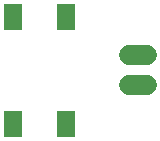
<source format=gbr>
G04 EAGLE Gerber RS-274X export*
G75*
%MOMM*%
%FSLAX34Y34*%
%LPD*%
%INSoldermask Top*%
%IPPOS*%
%AMOC8*
5,1,8,0,0,1.08239X$1,22.5*%
G01*
G04 Define Apertures*
%ADD10R,1.603200X2.303200*%
%ADD11C,1.727200*%
D10*
X-22500Y-45500D03*
X22500Y-45500D03*
X-22500Y45500D03*
X22500Y45500D03*
D11*
X75110Y12700D02*
X90350Y12700D01*
X90350Y-12700D02*
X75110Y-12700D01*
M02*

</source>
